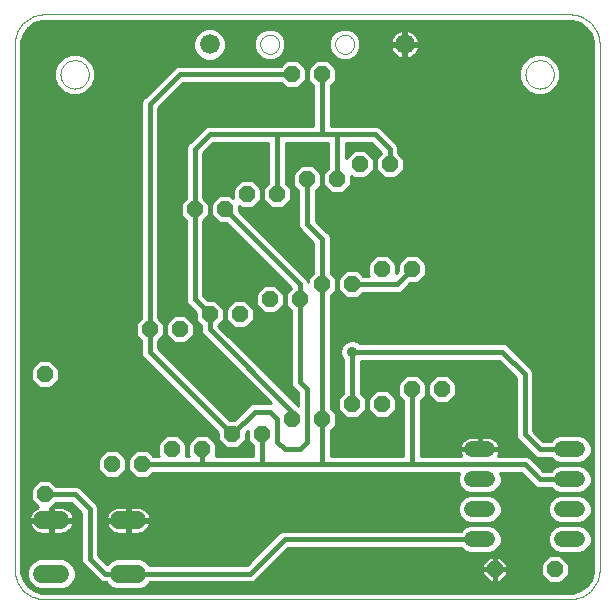
<source format=gtl>
G75*
G70*
%OFA0B0*%
%FSLAX24Y24*%
%IPPOS*%
%LPD*%
%AMOC8*
5,1,8,0,0,1.08239X$1,22.5*
%
%ADD10C,0.0000*%
%ADD11OC8,0.0520*%
%ADD12C,0.0520*%
%ADD13C,0.0600*%
%ADD14C,0.0660*%
%ADD15C,0.0160*%
%ADD16C,0.0357*%
%ADD17C,0.0100*%
D10*
X000655Y001655D02*
X000655Y019155D01*
X000657Y019215D01*
X000662Y019276D01*
X000671Y019335D01*
X000684Y019394D01*
X000700Y019453D01*
X000720Y019510D01*
X000743Y019565D01*
X000770Y019620D01*
X000799Y019672D01*
X000832Y019723D01*
X000868Y019772D01*
X000906Y019818D01*
X000948Y019862D01*
X000992Y019904D01*
X001038Y019942D01*
X001087Y019978D01*
X001138Y020011D01*
X001190Y020040D01*
X001245Y020067D01*
X001300Y020090D01*
X001357Y020110D01*
X001416Y020126D01*
X001475Y020139D01*
X001534Y020148D01*
X001595Y020153D01*
X001655Y020155D01*
X019155Y020155D01*
X019215Y020153D01*
X019276Y020148D01*
X019335Y020139D01*
X019394Y020126D01*
X019453Y020110D01*
X019510Y020090D01*
X019565Y020067D01*
X019620Y020040D01*
X019672Y020011D01*
X019723Y019978D01*
X019772Y019942D01*
X019818Y019904D01*
X019862Y019862D01*
X019904Y019818D01*
X019942Y019772D01*
X019978Y019723D01*
X020011Y019672D01*
X020040Y019620D01*
X020067Y019565D01*
X020090Y019510D01*
X020110Y019453D01*
X020126Y019394D01*
X020139Y019335D01*
X020148Y019276D01*
X020153Y019215D01*
X020155Y019155D01*
X020155Y001655D01*
X020153Y001595D01*
X020148Y001534D01*
X020139Y001475D01*
X020126Y001416D01*
X020110Y001357D01*
X020090Y001300D01*
X020067Y001245D01*
X020040Y001190D01*
X020011Y001138D01*
X019978Y001087D01*
X019942Y001038D01*
X019904Y000992D01*
X019862Y000948D01*
X019818Y000906D01*
X019772Y000868D01*
X019723Y000832D01*
X019672Y000799D01*
X019620Y000770D01*
X019565Y000743D01*
X019510Y000720D01*
X019453Y000700D01*
X019394Y000684D01*
X019335Y000671D01*
X019276Y000662D01*
X019215Y000657D01*
X019155Y000655D01*
X001655Y000655D01*
X001595Y000657D01*
X001534Y000662D01*
X001475Y000671D01*
X001416Y000684D01*
X001357Y000700D01*
X001300Y000720D01*
X001245Y000743D01*
X001190Y000770D01*
X001138Y000799D01*
X001087Y000832D01*
X001038Y000868D01*
X000992Y000906D01*
X000948Y000948D01*
X000906Y000992D01*
X000868Y001038D01*
X000832Y001087D01*
X000799Y001138D01*
X000770Y001190D01*
X000743Y001245D01*
X000720Y001300D01*
X000700Y001357D01*
X000684Y001416D01*
X000671Y001475D01*
X000662Y001534D01*
X000657Y001595D01*
X000655Y001655D01*
X002183Y018155D02*
X002185Y018198D01*
X002191Y018240D01*
X002201Y018282D01*
X002214Y018323D01*
X002231Y018363D01*
X002252Y018400D01*
X002276Y018436D01*
X002303Y018469D01*
X002333Y018500D01*
X002366Y018528D01*
X002401Y018553D01*
X002438Y018574D01*
X002477Y018592D01*
X002517Y018606D01*
X002559Y018617D01*
X002601Y018624D01*
X002644Y018627D01*
X002687Y018626D01*
X002730Y018621D01*
X002772Y018612D01*
X002813Y018600D01*
X002853Y018584D01*
X002891Y018564D01*
X002927Y018541D01*
X002961Y018514D01*
X002993Y018485D01*
X003021Y018453D01*
X003047Y018418D01*
X003069Y018382D01*
X003088Y018343D01*
X003103Y018303D01*
X003115Y018262D01*
X003123Y018219D01*
X003127Y018176D01*
X003127Y018134D01*
X003123Y018091D01*
X003115Y018048D01*
X003103Y018007D01*
X003088Y017967D01*
X003069Y017928D01*
X003047Y017892D01*
X003021Y017857D01*
X002993Y017825D01*
X002961Y017796D01*
X002927Y017769D01*
X002891Y017746D01*
X002853Y017726D01*
X002813Y017710D01*
X002772Y017698D01*
X002730Y017689D01*
X002687Y017684D01*
X002644Y017683D01*
X002601Y017686D01*
X002559Y017693D01*
X002517Y017704D01*
X002477Y017718D01*
X002438Y017736D01*
X002401Y017757D01*
X002366Y017782D01*
X002333Y017810D01*
X002303Y017841D01*
X002276Y017874D01*
X002252Y017910D01*
X002231Y017947D01*
X002214Y017987D01*
X002201Y018028D01*
X002191Y018070D01*
X002185Y018112D01*
X002183Y018155D01*
X008840Y019155D02*
X008842Y019190D01*
X008848Y019225D01*
X008858Y019259D01*
X008871Y019292D01*
X008888Y019323D01*
X008909Y019351D01*
X008932Y019378D01*
X008959Y019401D01*
X008987Y019422D01*
X009018Y019439D01*
X009051Y019452D01*
X009085Y019462D01*
X009120Y019468D01*
X009155Y019470D01*
X009190Y019468D01*
X009225Y019462D01*
X009259Y019452D01*
X009292Y019439D01*
X009323Y019422D01*
X009351Y019401D01*
X009378Y019378D01*
X009401Y019351D01*
X009422Y019323D01*
X009439Y019292D01*
X009452Y019259D01*
X009462Y019225D01*
X009468Y019190D01*
X009470Y019155D01*
X009468Y019120D01*
X009462Y019085D01*
X009452Y019051D01*
X009439Y019018D01*
X009422Y018987D01*
X009401Y018959D01*
X009378Y018932D01*
X009351Y018909D01*
X009323Y018888D01*
X009292Y018871D01*
X009259Y018858D01*
X009225Y018848D01*
X009190Y018842D01*
X009155Y018840D01*
X009120Y018842D01*
X009085Y018848D01*
X009051Y018858D01*
X009018Y018871D01*
X008987Y018888D01*
X008959Y018909D01*
X008932Y018932D01*
X008909Y018959D01*
X008888Y018987D01*
X008871Y019018D01*
X008858Y019051D01*
X008848Y019085D01*
X008842Y019120D01*
X008840Y019155D01*
X011340Y019155D02*
X011342Y019190D01*
X011348Y019225D01*
X011358Y019259D01*
X011371Y019292D01*
X011388Y019323D01*
X011409Y019351D01*
X011432Y019378D01*
X011459Y019401D01*
X011487Y019422D01*
X011518Y019439D01*
X011551Y019452D01*
X011585Y019462D01*
X011620Y019468D01*
X011655Y019470D01*
X011690Y019468D01*
X011725Y019462D01*
X011759Y019452D01*
X011792Y019439D01*
X011823Y019422D01*
X011851Y019401D01*
X011878Y019378D01*
X011901Y019351D01*
X011922Y019323D01*
X011939Y019292D01*
X011952Y019259D01*
X011962Y019225D01*
X011968Y019190D01*
X011970Y019155D01*
X011968Y019120D01*
X011962Y019085D01*
X011952Y019051D01*
X011939Y019018D01*
X011922Y018987D01*
X011901Y018959D01*
X011878Y018932D01*
X011851Y018909D01*
X011823Y018888D01*
X011792Y018871D01*
X011759Y018858D01*
X011725Y018848D01*
X011690Y018842D01*
X011655Y018840D01*
X011620Y018842D01*
X011585Y018848D01*
X011551Y018858D01*
X011518Y018871D01*
X011487Y018888D01*
X011459Y018909D01*
X011432Y018932D01*
X011409Y018959D01*
X011388Y018987D01*
X011371Y019018D01*
X011358Y019051D01*
X011348Y019085D01*
X011342Y019120D01*
X011340Y019155D01*
X017683Y018155D02*
X017685Y018198D01*
X017691Y018240D01*
X017701Y018282D01*
X017714Y018323D01*
X017731Y018363D01*
X017752Y018400D01*
X017776Y018436D01*
X017803Y018469D01*
X017833Y018500D01*
X017866Y018528D01*
X017901Y018553D01*
X017938Y018574D01*
X017977Y018592D01*
X018017Y018606D01*
X018059Y018617D01*
X018101Y018624D01*
X018144Y018627D01*
X018187Y018626D01*
X018230Y018621D01*
X018272Y018612D01*
X018313Y018600D01*
X018353Y018584D01*
X018391Y018564D01*
X018427Y018541D01*
X018461Y018514D01*
X018493Y018485D01*
X018521Y018453D01*
X018547Y018418D01*
X018569Y018382D01*
X018588Y018343D01*
X018603Y018303D01*
X018615Y018262D01*
X018623Y018219D01*
X018627Y018176D01*
X018627Y018134D01*
X018623Y018091D01*
X018615Y018048D01*
X018603Y018007D01*
X018588Y017967D01*
X018569Y017928D01*
X018547Y017892D01*
X018521Y017857D01*
X018493Y017825D01*
X018461Y017796D01*
X018427Y017769D01*
X018391Y017746D01*
X018353Y017726D01*
X018313Y017710D01*
X018272Y017698D01*
X018230Y017689D01*
X018187Y017684D01*
X018144Y017683D01*
X018101Y017686D01*
X018059Y017693D01*
X018017Y017704D01*
X017977Y017718D01*
X017938Y017736D01*
X017901Y017757D01*
X017866Y017782D01*
X017833Y017810D01*
X017803Y017841D01*
X017776Y017874D01*
X017752Y017910D01*
X017731Y017947D01*
X017714Y017987D01*
X017701Y018028D01*
X017691Y018070D01*
X017685Y018112D01*
X017683Y018155D01*
D11*
X013155Y015155D03*
X012155Y015155D03*
X011405Y014655D03*
X010405Y014655D03*
X009405Y014155D03*
X008405Y014155D03*
X007655Y013655D03*
X006655Y013655D03*
X009155Y010655D03*
X008155Y010155D03*
X007155Y010155D03*
X006155Y009655D03*
X005155Y009655D03*
X001655Y008155D03*
X003905Y005155D03*
X004905Y005155D03*
X005905Y005655D03*
X006905Y005655D03*
X007905Y006155D03*
X008905Y006155D03*
X009905Y006655D03*
X010905Y006655D03*
X011905Y007155D03*
X012905Y007155D03*
X013905Y007655D03*
X014905Y007655D03*
X011905Y011155D03*
X010905Y011155D03*
X010155Y010655D03*
X012905Y011655D03*
X013905Y011655D03*
X010905Y018155D03*
X009905Y018155D03*
X001655Y004155D03*
X016655Y001655D03*
X018655Y001655D03*
D12*
X018895Y002655D02*
X019415Y002655D01*
X019415Y003655D02*
X018895Y003655D01*
X018895Y004655D02*
X019415Y004655D01*
X019415Y005655D02*
X018895Y005655D01*
X016415Y005655D02*
X015895Y005655D01*
X015895Y004655D02*
X016415Y004655D01*
X016415Y003655D02*
X015895Y003655D01*
X015895Y002655D02*
X016415Y002655D01*
D13*
X004735Y003295D02*
X004135Y003295D01*
X004135Y001515D02*
X004735Y001515D01*
X002175Y001515D02*
X001575Y001515D01*
X001575Y003295D02*
X002175Y003295D01*
D14*
X007155Y019155D03*
X013655Y019155D03*
D15*
X010905Y018155D02*
X010905Y016155D01*
X011405Y016155D01*
X011405Y014655D01*
X010405Y014655D02*
X010405Y013155D01*
X010905Y012655D01*
X010905Y011155D01*
X010905Y006655D01*
X010905Y005155D01*
X013905Y005155D01*
X017655Y005155D01*
X018155Y004655D01*
X019155Y004655D01*
X019155Y005655D02*
X018155Y005655D01*
X017655Y006155D01*
X017655Y008155D01*
X016905Y008905D01*
X011905Y008905D01*
X011905Y007155D01*
X010405Y007655D02*
X010405Y005905D01*
X010155Y005655D01*
X009655Y005655D01*
X009405Y005905D01*
X009405Y006655D01*
X009155Y006905D01*
X008655Y006905D01*
X007905Y006155D01*
X005155Y008905D01*
X005155Y009655D01*
X005155Y017155D01*
X006155Y018155D01*
X009905Y018155D01*
X009405Y016155D02*
X009405Y014155D01*
X007655Y013655D02*
X010155Y011155D01*
X010155Y010655D01*
X010155Y007905D01*
X010405Y007655D01*
X009905Y006905D02*
X009905Y006655D01*
X009905Y006905D02*
X007155Y009655D01*
X007155Y010155D01*
X006655Y010655D01*
X006655Y013655D01*
X006655Y015655D01*
X007155Y016155D01*
X009405Y016155D01*
X010905Y016155D01*
X011405Y016155D02*
X012655Y016155D01*
X013155Y015655D01*
X013155Y015155D01*
X013905Y011655D02*
X013405Y011155D01*
X011905Y011155D01*
X013905Y007655D02*
X013905Y005155D01*
X016155Y002655D02*
X009655Y002655D01*
X008515Y001515D01*
X004435Y001515D01*
X003655Y001515D01*
X003155Y002015D01*
X003155Y003655D01*
X002655Y004155D01*
X001655Y004155D01*
X004905Y005155D02*
X006905Y005155D01*
X006905Y005655D01*
X006905Y005155D02*
X008905Y005155D01*
X008905Y006155D01*
X008905Y005155D02*
X010905Y005155D01*
D16*
X011905Y008905D03*
D17*
X001096Y001096D02*
X000951Y001296D01*
X000875Y001532D01*
X000865Y001655D01*
X000865Y001725D01*
X000865Y001742D01*
X000865Y019155D01*
X000875Y019279D01*
X000951Y019514D01*
X001096Y019714D01*
X001296Y019859D01*
X001532Y019935D01*
X001655Y019945D01*
X001717Y019945D01*
X001742Y019945D01*
X019155Y019945D01*
X019279Y019935D01*
X019514Y019859D01*
X019714Y019714D01*
X019859Y019514D01*
X019935Y019279D01*
X019945Y019155D01*
X019945Y019119D01*
X019945Y019068D01*
X019945Y001655D01*
X019935Y001531D01*
X019859Y001296D01*
X019714Y001096D01*
X019514Y000951D01*
X019279Y000875D01*
X019155Y000865D01*
X001655Y000865D01*
X001532Y000875D01*
X001296Y000951D01*
X001096Y001096D01*
X001059Y001148D02*
X001221Y001148D01*
X001286Y001083D02*
X001143Y001226D01*
X001065Y001414D01*
X001065Y001617D01*
X001143Y001804D01*
X001286Y001947D01*
X001474Y002025D01*
X002277Y002025D01*
X002464Y001947D01*
X002607Y001804D01*
X002685Y001617D01*
X002685Y001414D01*
X002607Y001226D01*
X002464Y001083D01*
X002277Y001005D01*
X001474Y001005D01*
X001286Y001083D01*
X001367Y001049D02*
X001161Y001049D01*
X001298Y000951D02*
X019512Y000951D01*
X019649Y001049D02*
X004943Y001049D01*
X005024Y001083D02*
X004837Y001005D01*
X004034Y001005D01*
X003846Y001083D01*
X003704Y001225D01*
X003597Y001225D01*
X003491Y001269D01*
X003409Y001351D01*
X002909Y001851D01*
X002865Y001957D01*
X002865Y002073D01*
X002865Y003535D01*
X002535Y003865D01*
X002030Y003865D01*
X001850Y003685D01*
X001825Y003685D01*
X001825Y003345D01*
X001825Y003245D01*
X001925Y003245D01*
X001925Y002845D01*
X002211Y002845D01*
X002280Y002856D01*
X002348Y002878D01*
X002411Y002910D01*
X002468Y002952D01*
X002518Y003002D01*
X002560Y003059D01*
X002592Y003122D01*
X002614Y003190D01*
X002623Y003245D01*
X001925Y003245D01*
X001925Y003345D01*
X001825Y003345D01*
X001127Y003345D01*
X001136Y003400D01*
X001158Y003468D01*
X001190Y003531D01*
X001232Y003588D01*
X001282Y003638D01*
X001339Y003680D01*
X001402Y003712D01*
X001426Y003720D01*
X001185Y003960D01*
X001185Y004350D01*
X001460Y004625D01*
X001850Y004625D01*
X002030Y004445D01*
X002597Y004445D01*
X002713Y004445D01*
X002819Y004401D01*
X003319Y003901D01*
X003401Y003819D01*
X003445Y003713D01*
X003445Y002135D01*
X003740Y001841D01*
X003846Y001947D01*
X004034Y002025D01*
X004837Y002025D01*
X005024Y001947D01*
X005166Y001805D01*
X008395Y001805D01*
X009409Y002819D01*
X009491Y002901D01*
X009597Y002945D01*
X015520Y002945D01*
X015629Y003054D01*
X015802Y003125D01*
X016509Y003125D01*
X016681Y003054D01*
X016814Y002921D01*
X016885Y002749D01*
X016885Y002562D01*
X016814Y002389D01*
X016681Y002257D01*
X016509Y002185D01*
X015802Y002185D01*
X015629Y002257D01*
X015520Y002365D01*
X009775Y002365D01*
X008679Y001269D01*
X008573Y001225D01*
X008457Y001225D01*
X005166Y001225D01*
X005024Y001083D01*
X005089Y001148D02*
X019751Y001148D01*
X019823Y001246D02*
X018911Y001246D01*
X018850Y001185D02*
X019125Y001460D01*
X019125Y001850D01*
X018850Y002125D01*
X018460Y002125D01*
X018185Y001850D01*
X018185Y001460D01*
X018460Y001185D01*
X018850Y001185D01*
X019010Y001345D02*
X019875Y001345D01*
X019907Y001443D02*
X019108Y001443D01*
X019125Y001542D02*
X019936Y001542D01*
X019944Y001641D02*
X019125Y001641D01*
X019125Y001739D02*
X019945Y001739D01*
X019945Y001838D02*
X019125Y001838D01*
X019039Y001936D02*
X019945Y001936D01*
X019945Y002035D02*
X018940Y002035D01*
X018802Y002185D02*
X019509Y002185D01*
X019681Y002257D01*
X019814Y002389D01*
X019885Y002562D01*
X019885Y002749D01*
X019814Y002921D01*
X019681Y003054D01*
X019509Y003125D01*
X018802Y003125D01*
X018629Y003054D01*
X018497Y002921D01*
X018425Y002749D01*
X018425Y002562D01*
X018497Y002389D01*
X018629Y002257D01*
X018802Y002185D01*
X018689Y002232D02*
X016621Y002232D01*
X016755Y002330D02*
X018555Y002330D01*
X018480Y002429D02*
X016830Y002429D01*
X016871Y002527D02*
X018439Y002527D01*
X018425Y002626D02*
X016885Y002626D01*
X016885Y002725D02*
X018425Y002725D01*
X018456Y002823D02*
X016854Y002823D01*
X016813Y002922D02*
X018497Y002922D01*
X018595Y003020D02*
X016715Y003020D01*
X016524Y003119D02*
X018786Y003119D01*
X018802Y003185D02*
X018629Y003257D01*
X018497Y003389D01*
X018425Y003562D01*
X018425Y003749D01*
X018497Y003921D01*
X018629Y004054D01*
X018802Y004125D01*
X019509Y004125D01*
X019681Y004054D01*
X019814Y003921D01*
X019885Y003749D01*
X019885Y003562D01*
X019814Y003389D01*
X019681Y003257D01*
X019509Y003185D01*
X018802Y003185D01*
X018724Y003217D02*
X016586Y003217D01*
X016509Y003185D02*
X016681Y003257D01*
X016814Y003389D01*
X016885Y003562D01*
X016885Y003749D01*
X016814Y003921D01*
X016681Y004054D01*
X016509Y004125D01*
X015802Y004125D01*
X015629Y004054D01*
X015497Y003921D01*
X015425Y003749D01*
X015425Y003562D01*
X015497Y003389D01*
X015629Y003257D01*
X015802Y003185D01*
X016509Y003185D01*
X016740Y003316D02*
X018570Y003316D01*
X018486Y003414D02*
X016824Y003414D01*
X016865Y003513D02*
X018445Y003513D01*
X018425Y003611D02*
X016885Y003611D01*
X016885Y003710D02*
X018425Y003710D01*
X018450Y003809D02*
X016860Y003809D01*
X016819Y003907D02*
X018491Y003907D01*
X018581Y004006D02*
X016729Y004006D01*
X016559Y004104D02*
X018751Y004104D01*
X018802Y004185D02*
X018629Y004257D01*
X018520Y004365D01*
X018213Y004365D01*
X018097Y004365D01*
X017991Y004409D01*
X017535Y004865D01*
X016837Y004865D01*
X016885Y004749D01*
X016885Y004562D01*
X016814Y004389D01*
X016681Y004257D01*
X016509Y004185D01*
X015802Y004185D01*
X015629Y004257D01*
X015497Y004389D01*
X015425Y004562D01*
X015425Y004749D01*
X015473Y004865D01*
X013847Y004865D01*
X010963Y004865D01*
X010847Y004865D01*
X008963Y004865D01*
X008847Y004865D01*
X006963Y004865D01*
X006847Y004865D01*
X005280Y004865D01*
X005100Y004685D01*
X004710Y004685D01*
X004435Y004960D01*
X004435Y005350D01*
X004710Y005625D01*
X005100Y005625D01*
X005280Y005445D01*
X005451Y005445D01*
X005435Y005460D01*
X005435Y005850D01*
X005710Y006125D01*
X006100Y006125D01*
X006375Y005850D01*
X006375Y005460D01*
X006360Y005445D01*
X006451Y005445D01*
X006435Y005460D01*
X006435Y005850D01*
X006710Y006125D01*
X007100Y006125D01*
X007375Y005850D01*
X007375Y005460D01*
X007360Y005445D01*
X008615Y005445D01*
X008615Y005780D01*
X008435Y005960D01*
X008435Y006275D01*
X008375Y006215D01*
X008375Y005960D01*
X008100Y005685D01*
X007710Y005685D01*
X007435Y005960D01*
X007435Y006215D01*
X004909Y008741D01*
X004865Y008847D01*
X004865Y008963D01*
X004865Y009280D01*
X004685Y009460D01*
X004685Y009850D01*
X004865Y010030D01*
X004865Y017213D01*
X004909Y017319D01*
X004991Y017401D01*
X005991Y018401D01*
X006097Y018445D01*
X006213Y018445D01*
X009530Y018445D01*
X009710Y018625D01*
X010100Y018625D01*
X010375Y018350D01*
X010375Y017960D01*
X010100Y017685D01*
X009710Y017685D01*
X009530Y017865D01*
X006275Y017865D01*
X005445Y017035D01*
X005445Y010030D01*
X005625Y009850D01*
X005625Y009460D01*
X005445Y009280D01*
X005445Y009025D01*
X007845Y006625D01*
X007965Y006625D01*
X008491Y007151D01*
X008597Y007195D01*
X008713Y007195D01*
X009205Y007195D01*
X006909Y009491D01*
X006865Y009597D01*
X006865Y009713D01*
X006865Y009780D01*
X006685Y009960D01*
X006685Y010215D01*
X006409Y010491D01*
X006365Y010597D01*
X006365Y010713D01*
X006365Y013280D01*
X006185Y013460D01*
X006185Y013850D01*
X006365Y014030D01*
X006365Y015713D01*
X006409Y015819D01*
X006491Y015901D01*
X006991Y016401D01*
X007097Y016445D01*
X007213Y016445D01*
X009347Y016445D01*
X009463Y016445D01*
X010615Y016445D01*
X010615Y017780D01*
X010435Y017960D01*
X010435Y018350D01*
X010710Y018625D01*
X011100Y018625D01*
X011375Y018350D01*
X011375Y017960D01*
X011195Y017780D01*
X011195Y016445D01*
X011347Y016445D01*
X011463Y016445D01*
X012713Y016445D01*
X012819Y016401D01*
X012901Y016319D01*
X012901Y016319D01*
X013401Y015819D01*
X013445Y015713D01*
X013445Y015597D01*
X013445Y015530D01*
X013625Y015350D01*
X013625Y014960D01*
X013350Y014685D01*
X012960Y014685D01*
X012685Y014960D01*
X012685Y015350D01*
X012865Y015530D01*
X012865Y015535D01*
X012535Y015865D01*
X011695Y015865D01*
X011695Y015360D01*
X011960Y015625D01*
X012350Y015625D01*
X012625Y015350D01*
X012625Y014960D01*
X012350Y014685D01*
X011960Y014685D01*
X011875Y014771D01*
X011875Y014460D01*
X011600Y014185D01*
X011210Y014185D01*
X010935Y014460D01*
X010935Y014850D01*
X011115Y015030D01*
X011115Y015865D01*
X010963Y015865D01*
X010847Y015865D01*
X009695Y015865D01*
X009695Y014530D01*
X009875Y014350D01*
X009875Y013960D01*
X009600Y013685D01*
X009210Y013685D01*
X008935Y013960D01*
X008935Y014350D01*
X009115Y014530D01*
X009115Y015865D01*
X007275Y015865D01*
X006945Y015535D01*
X006945Y014030D01*
X007125Y013850D01*
X007125Y013460D01*
X006945Y013280D01*
X006945Y010775D01*
X007095Y010625D01*
X007350Y010625D01*
X007625Y010350D01*
X007625Y009960D01*
X007445Y009780D01*
X007445Y009775D01*
X010069Y007151D01*
X010095Y007125D01*
X010100Y007125D01*
X010115Y007110D01*
X010115Y007535D01*
X009909Y007741D01*
X009865Y007847D01*
X009865Y007963D01*
X009865Y010280D01*
X009685Y010460D01*
X009685Y010850D01*
X009865Y011030D01*
X009865Y011035D01*
X007715Y013185D01*
X007460Y013185D01*
X007185Y013460D01*
X007185Y013850D01*
X007460Y014125D01*
X007850Y014125D01*
X007935Y014040D01*
X007935Y014350D01*
X008210Y014625D01*
X008600Y014625D01*
X008875Y014350D01*
X008875Y013960D01*
X008600Y013685D01*
X008210Y013685D01*
X008125Y013771D01*
X008125Y013595D01*
X010319Y011401D01*
X010401Y011319D01*
X010435Y011237D01*
X010435Y011350D01*
X010615Y011530D01*
X010615Y012535D01*
X010159Y012991D01*
X010115Y013097D01*
X010115Y013213D01*
X010115Y014280D01*
X009935Y014460D01*
X009935Y014850D01*
X010210Y015125D01*
X010600Y015125D01*
X010875Y014850D01*
X010875Y014460D01*
X010695Y014280D01*
X010695Y013275D01*
X011069Y012901D01*
X011151Y012819D01*
X011195Y012713D01*
X011195Y011530D01*
X011375Y011350D01*
X011375Y010960D01*
X011195Y010780D01*
X011195Y007030D01*
X011375Y006850D01*
X011375Y006460D01*
X011195Y006280D01*
X011195Y005445D01*
X013615Y005445D01*
X013615Y007280D01*
X013435Y007460D01*
X013435Y007850D01*
X013710Y008125D01*
X014100Y008125D01*
X014375Y007850D01*
X014375Y007460D01*
X014195Y007280D01*
X014195Y005445D01*
X015542Y005445D01*
X015515Y005498D01*
X015495Y005559D01*
X015485Y005623D01*
X015485Y005625D01*
X016125Y005625D01*
X016125Y005685D01*
X015485Y005685D01*
X015485Y005687D01*
X015495Y005751D01*
X015515Y005812D01*
X015544Y005870D01*
X015582Y005922D01*
X015628Y005968D01*
X015680Y006006D01*
X015738Y006035D01*
X015799Y006055D01*
X015863Y006065D01*
X016125Y006065D01*
X016125Y005685D01*
X016185Y005685D01*
X016185Y006065D01*
X016447Y006065D01*
X016511Y006055D01*
X016572Y006035D01*
X016630Y006006D01*
X016682Y005968D01*
X016728Y005922D01*
X016766Y005870D01*
X016795Y005812D01*
X016815Y005751D01*
X016825Y005687D01*
X016825Y005685D01*
X016185Y005685D01*
X016185Y005625D01*
X016825Y005625D01*
X016825Y005623D01*
X016815Y005559D01*
X016795Y005498D01*
X016768Y005445D01*
X017713Y005445D01*
X017819Y005401D01*
X017901Y005319D01*
X018275Y004945D01*
X018520Y004945D01*
X018629Y005054D01*
X018802Y005125D01*
X019509Y005125D01*
X019681Y005054D01*
X019814Y004921D01*
X019885Y004749D01*
X019885Y004562D01*
X019814Y004389D01*
X019681Y004257D01*
X019509Y004185D01*
X018802Y004185D01*
X018759Y004203D02*
X016551Y004203D01*
X016726Y004301D02*
X018584Y004301D01*
X018014Y004400D02*
X016818Y004400D01*
X016859Y004498D02*
X017902Y004498D01*
X017803Y004597D02*
X016885Y004597D01*
X016885Y004695D02*
X017705Y004695D01*
X017606Y004794D02*
X016866Y004794D01*
X016788Y005484D02*
X017916Y005484D01*
X017991Y005409D02*
X018097Y005365D01*
X018213Y005365D01*
X018520Y005365D01*
X018629Y005257D01*
X018802Y005185D01*
X019509Y005185D01*
X019681Y005257D01*
X019814Y005389D01*
X019885Y005562D01*
X019885Y005749D01*
X019814Y005921D01*
X019681Y006054D01*
X019509Y006125D01*
X018802Y006125D01*
X018629Y006054D01*
X018520Y005945D01*
X018275Y005945D01*
X017945Y006275D01*
X017945Y008097D01*
X017945Y008213D01*
X017901Y008319D01*
X017151Y009069D01*
X017069Y009151D01*
X016963Y009195D01*
X012164Y009195D01*
X012125Y009234D01*
X011982Y009294D01*
X011828Y009294D01*
X011685Y009234D01*
X011576Y009125D01*
X011517Y008982D01*
X011517Y008828D01*
X011576Y008685D01*
X011615Y008646D01*
X011615Y007530D01*
X011435Y007350D01*
X011435Y006960D01*
X011710Y006685D01*
X012100Y006685D01*
X012375Y006960D01*
X012375Y007350D01*
X012195Y007530D01*
X012195Y008615D01*
X016785Y008615D01*
X017365Y008035D01*
X017365Y006097D01*
X017409Y005991D01*
X017491Y005909D01*
X017991Y005409D01*
X018049Y005385D02*
X017835Y005385D01*
X017934Y005287D02*
X018599Y005287D01*
X018794Y005188D02*
X018032Y005188D01*
X018131Y005090D02*
X018716Y005090D01*
X018566Y004991D02*
X018229Y004991D01*
X017818Y005582D02*
X016819Y005582D01*
X016806Y005779D02*
X017621Y005779D01*
X017719Y005681D02*
X016185Y005681D01*
X016125Y005681D02*
X014195Y005681D01*
X014195Y005779D02*
X015504Y005779D01*
X015550Y005878D02*
X014195Y005878D01*
X014195Y005976D02*
X015640Y005976D01*
X015491Y005582D02*
X014195Y005582D01*
X014195Y005484D02*
X015522Y005484D01*
X016125Y005779D02*
X016185Y005779D01*
X016185Y005878D02*
X016125Y005878D01*
X016125Y005976D02*
X016185Y005976D01*
X016670Y005976D02*
X017424Y005976D01*
X017374Y006075D02*
X014195Y006075D01*
X014195Y006174D02*
X017365Y006174D01*
X017365Y006272D02*
X014195Y006272D01*
X014195Y006371D02*
X017365Y006371D01*
X017365Y006469D02*
X014195Y006469D01*
X014195Y006568D02*
X017365Y006568D01*
X017365Y006666D02*
X014195Y006666D01*
X014195Y006765D02*
X017365Y006765D01*
X017365Y006863D02*
X014195Y006863D01*
X014195Y006962D02*
X017365Y006962D01*
X017365Y007060D02*
X014195Y007060D01*
X014195Y007159D02*
X017365Y007159D01*
X017365Y007258D02*
X015172Y007258D01*
X015100Y007185D02*
X015375Y007460D01*
X015375Y007850D01*
X015100Y008125D01*
X014710Y008125D01*
X014435Y007850D01*
X014435Y007460D01*
X014710Y007185D01*
X015100Y007185D01*
X015271Y007356D02*
X017365Y007356D01*
X017365Y007455D02*
X015369Y007455D01*
X015375Y007553D02*
X017365Y007553D01*
X017365Y007652D02*
X015375Y007652D01*
X015375Y007750D02*
X017365Y007750D01*
X017365Y007849D02*
X015375Y007849D01*
X015278Y007947D02*
X017365Y007947D01*
X017354Y008046D02*
X015179Y008046D01*
X014631Y008046D02*
X014179Y008046D01*
X014278Y007947D02*
X014533Y007947D01*
X014435Y007849D02*
X014375Y007849D01*
X014375Y007750D02*
X014435Y007750D01*
X014435Y007652D02*
X014375Y007652D01*
X014375Y007553D02*
X014435Y007553D01*
X014441Y007455D02*
X014369Y007455D01*
X014271Y007356D02*
X014539Y007356D01*
X014638Y007258D02*
X014195Y007258D01*
X013615Y007258D02*
X013375Y007258D01*
X013375Y007350D02*
X013375Y006960D01*
X013100Y006685D01*
X012710Y006685D01*
X012435Y006960D01*
X012435Y007350D01*
X012710Y007625D01*
X013100Y007625D01*
X013375Y007350D01*
X013369Y007356D02*
X013539Y007356D01*
X013441Y007455D02*
X013270Y007455D01*
X013172Y007553D02*
X013435Y007553D01*
X013435Y007652D02*
X012195Y007652D01*
X012195Y007750D02*
X013435Y007750D01*
X013435Y007849D02*
X012195Y007849D01*
X012195Y007947D02*
X013533Y007947D01*
X013631Y008046D02*
X012195Y008046D01*
X012195Y008144D02*
X017256Y008144D01*
X017157Y008243D02*
X012195Y008243D01*
X012195Y008341D02*
X017059Y008341D01*
X016960Y008440D02*
X012195Y008440D01*
X012195Y008539D02*
X016861Y008539D01*
X017288Y008933D02*
X019945Y008933D01*
X019945Y009031D02*
X017189Y009031D01*
X017090Y009130D02*
X019945Y009130D01*
X019945Y009228D02*
X012131Y009228D01*
X011679Y009228D02*
X011195Y009228D01*
X011195Y009130D02*
X011581Y009130D01*
X011537Y009031D02*
X011195Y009031D01*
X011195Y008933D02*
X011517Y008933D01*
X011517Y008834D02*
X011195Y008834D01*
X011195Y008736D02*
X011555Y008736D01*
X011615Y008637D02*
X011195Y008637D01*
X011195Y008539D02*
X011615Y008539D01*
X011615Y008440D02*
X011195Y008440D01*
X011195Y008341D02*
X011615Y008341D01*
X011615Y008243D02*
X011195Y008243D01*
X011195Y008144D02*
X011615Y008144D01*
X011615Y008046D02*
X011195Y008046D01*
X011195Y007947D02*
X011615Y007947D01*
X011615Y007849D02*
X011195Y007849D01*
X011195Y007750D02*
X011615Y007750D01*
X011615Y007652D02*
X011195Y007652D01*
X011195Y007553D02*
X011615Y007553D01*
X011540Y007455D02*
X011195Y007455D01*
X011195Y007356D02*
X011441Y007356D01*
X011435Y007258D02*
X011195Y007258D01*
X011195Y007159D02*
X011435Y007159D01*
X011435Y007060D02*
X011195Y007060D01*
X011263Y006962D02*
X011435Y006962D01*
X011361Y006863D02*
X011532Y006863D01*
X011631Y006765D02*
X011375Y006765D01*
X011375Y006666D02*
X013615Y006666D01*
X013615Y006568D02*
X011375Y006568D01*
X011375Y006469D02*
X013615Y006469D01*
X013615Y006371D02*
X011285Y006371D01*
X011195Y006272D02*
X013615Y006272D01*
X013615Y006174D02*
X011195Y006174D01*
X011195Y006075D02*
X013615Y006075D01*
X013615Y005976D02*
X011195Y005976D01*
X011195Y005878D02*
X013615Y005878D01*
X013615Y005779D02*
X011195Y005779D01*
X011195Y005681D02*
X013615Y005681D01*
X013615Y005582D02*
X011195Y005582D01*
X011195Y005484D02*
X013615Y005484D01*
X013615Y006765D02*
X013179Y006765D01*
X013278Y006863D02*
X013615Y006863D01*
X013615Y006962D02*
X013375Y006962D01*
X013375Y007060D02*
X013615Y007060D01*
X013615Y007159D02*
X013375Y007159D01*
X012639Y007553D02*
X012195Y007553D01*
X012270Y007455D02*
X012540Y007455D01*
X012441Y007356D02*
X012369Y007356D01*
X012375Y007258D02*
X012435Y007258D01*
X012435Y007159D02*
X012375Y007159D01*
X012375Y007060D02*
X012435Y007060D01*
X012435Y006962D02*
X012375Y006962D01*
X012278Y006863D02*
X012532Y006863D01*
X012631Y006765D02*
X012179Y006765D01*
X010115Y007159D02*
X010061Y007159D01*
X010115Y007258D02*
X009963Y007258D01*
X009864Y007356D02*
X010115Y007356D01*
X010115Y007455D02*
X009766Y007455D01*
X009667Y007553D02*
X010097Y007553D01*
X009998Y007652D02*
X009569Y007652D01*
X009470Y007750D02*
X009905Y007750D01*
X009865Y007849D02*
X009372Y007849D01*
X009273Y007947D02*
X009865Y007947D01*
X009865Y008046D02*
X009174Y008046D01*
X009076Y008144D02*
X009865Y008144D01*
X009865Y008243D02*
X008977Y008243D01*
X008879Y008341D02*
X009865Y008341D01*
X009865Y008440D02*
X008780Y008440D01*
X008682Y008539D02*
X009865Y008539D01*
X009865Y008637D02*
X008583Y008637D01*
X008485Y008736D02*
X009865Y008736D01*
X009865Y008834D02*
X008386Y008834D01*
X008288Y008933D02*
X009865Y008933D01*
X009865Y009031D02*
X008189Y009031D01*
X008090Y009130D02*
X009865Y009130D01*
X009865Y009228D02*
X007992Y009228D01*
X007893Y009327D02*
X009865Y009327D01*
X009865Y009425D02*
X007795Y009425D01*
X007696Y009524D02*
X009865Y009524D01*
X009865Y009623D02*
X007598Y009623D01*
X007499Y009721D02*
X007924Y009721D01*
X007960Y009685D02*
X008350Y009685D01*
X008625Y009960D01*
X008625Y010350D01*
X008350Y010625D01*
X007960Y010625D01*
X007685Y010350D01*
X007685Y009960D01*
X007960Y009685D01*
X007826Y009820D02*
X007484Y009820D01*
X007583Y009918D02*
X007727Y009918D01*
X007685Y010017D02*
X007625Y010017D01*
X007625Y010115D02*
X007685Y010115D01*
X007685Y010214D02*
X007625Y010214D01*
X007625Y010312D02*
X007685Y010312D01*
X007746Y010411D02*
X007564Y010411D01*
X007465Y010509D02*
X007845Y010509D01*
X007943Y010608D02*
X007367Y010608D01*
X007014Y010707D02*
X008685Y010707D01*
X008685Y010805D02*
X006945Y010805D01*
X006945Y010904D02*
X008739Y010904D01*
X008685Y010850D02*
X008685Y010460D01*
X008960Y010185D01*
X009350Y010185D01*
X009625Y010460D01*
X009625Y010850D01*
X009350Y011125D01*
X008960Y011125D01*
X008685Y010850D01*
X008838Y011002D02*
X006945Y011002D01*
X006945Y011101D02*
X008936Y011101D01*
X009307Y011593D02*
X006945Y011593D01*
X006945Y011495D02*
X009405Y011495D01*
X009504Y011396D02*
X006945Y011396D01*
X006945Y011298D02*
X009602Y011298D01*
X009701Y011199D02*
X006945Y011199D01*
X006945Y011692D02*
X009208Y011692D01*
X009110Y011791D02*
X006945Y011791D01*
X006945Y011889D02*
X009011Y011889D01*
X008912Y011988D02*
X006945Y011988D01*
X006945Y012086D02*
X008814Y012086D01*
X008715Y012185D02*
X006945Y012185D01*
X006945Y012283D02*
X008617Y012283D01*
X008518Y012382D02*
X006945Y012382D01*
X006945Y012480D02*
X008420Y012480D01*
X008321Y012579D02*
X006945Y012579D01*
X006945Y012677D02*
X008223Y012677D01*
X008124Y012776D02*
X006945Y012776D01*
X006945Y012874D02*
X008026Y012874D01*
X007927Y012973D02*
X006945Y012973D01*
X006945Y013072D02*
X007829Y013072D01*
X007730Y013170D02*
X006945Y013170D01*
X006945Y013269D02*
X007377Y013269D01*
X007278Y013367D02*
X007032Y013367D01*
X007125Y013466D02*
X007185Y013466D01*
X007185Y013564D02*
X007125Y013564D01*
X007125Y013663D02*
X007185Y013663D01*
X007185Y013761D02*
X007125Y013761D01*
X007115Y013860D02*
X007195Y013860D01*
X007294Y013958D02*
X007016Y013958D01*
X006945Y014057D02*
X007392Y014057D01*
X006945Y014156D02*
X007935Y014156D01*
X007935Y014254D02*
X006945Y014254D01*
X006945Y014353D02*
X007938Y014353D01*
X008037Y014451D02*
X006945Y014451D01*
X006945Y014550D02*
X008135Y014550D01*
X007935Y014057D02*
X007918Y014057D01*
X008125Y013761D02*
X008134Y013761D01*
X008125Y013663D02*
X010115Y013663D01*
X010115Y013761D02*
X009676Y013761D01*
X009775Y013860D02*
X010115Y013860D01*
X010115Y013958D02*
X009873Y013958D01*
X009875Y014057D02*
X010115Y014057D01*
X010115Y014156D02*
X009875Y014156D01*
X009875Y014254D02*
X010115Y014254D01*
X010043Y014353D02*
X009872Y014353D01*
X009944Y014451D02*
X009774Y014451D01*
X009695Y014550D02*
X009935Y014550D01*
X009935Y014648D02*
X009695Y014648D01*
X009695Y014747D02*
X009935Y014747D01*
X009935Y014845D02*
X009695Y014845D01*
X009695Y014944D02*
X010029Y014944D01*
X010128Y015042D02*
X009695Y015042D01*
X009695Y015141D02*
X011115Y015141D01*
X011115Y015042D02*
X010682Y015042D01*
X010781Y014944D02*
X011029Y014944D01*
X010935Y014845D02*
X010875Y014845D01*
X010875Y014747D02*
X010935Y014747D01*
X010935Y014648D02*
X010875Y014648D01*
X010875Y014550D02*
X010935Y014550D01*
X010944Y014451D02*
X010866Y014451D01*
X010767Y014353D02*
X011043Y014353D01*
X011141Y014254D02*
X010695Y014254D01*
X010695Y014156D02*
X019945Y014156D01*
X019945Y014254D02*
X011669Y014254D01*
X011767Y014353D02*
X019945Y014353D01*
X019945Y014451D02*
X011866Y014451D01*
X011875Y014550D02*
X019945Y014550D01*
X019945Y014648D02*
X011875Y014648D01*
X011875Y014747D02*
X011899Y014747D01*
X012411Y014747D02*
X012899Y014747D01*
X012800Y014845D02*
X012510Y014845D01*
X012609Y014944D02*
X012702Y014944D01*
X012685Y015042D02*
X012625Y015042D01*
X012625Y015141D02*
X012685Y015141D01*
X012685Y015240D02*
X012625Y015240D01*
X012625Y015338D02*
X012685Y015338D01*
X012772Y015437D02*
X012538Y015437D01*
X012440Y015535D02*
X012865Y015535D01*
X012766Y015634D02*
X011695Y015634D01*
X011695Y015732D02*
X012668Y015732D01*
X012569Y015831D02*
X011695Y015831D01*
X011695Y015535D02*
X011871Y015535D01*
X011772Y015437D02*
X011695Y015437D01*
X011115Y015437D02*
X009695Y015437D01*
X009695Y015535D02*
X011115Y015535D01*
X011115Y015634D02*
X009695Y015634D01*
X009695Y015732D02*
X011115Y015732D01*
X011115Y015831D02*
X009695Y015831D01*
X009695Y015338D02*
X011115Y015338D01*
X011115Y015240D02*
X009695Y015240D01*
X009115Y015240D02*
X006945Y015240D01*
X006945Y015338D02*
X009115Y015338D01*
X009115Y015437D02*
X006945Y015437D01*
X006945Y015535D02*
X009115Y015535D01*
X009115Y015634D02*
X007044Y015634D01*
X007142Y015732D02*
X009115Y015732D01*
X009115Y015831D02*
X007241Y015831D01*
X006815Y016225D02*
X005445Y016225D01*
X005445Y016324D02*
X006913Y016324D01*
X007042Y016422D02*
X005445Y016422D01*
X005445Y016521D02*
X010615Y016521D01*
X010615Y016619D02*
X005445Y016619D01*
X005445Y016718D02*
X010615Y016718D01*
X010615Y016816D02*
X005445Y016816D01*
X005445Y016915D02*
X010615Y016915D01*
X010615Y017013D02*
X005445Y017013D01*
X005522Y017112D02*
X010615Y017112D01*
X010615Y017210D02*
X005621Y017210D01*
X005719Y017309D02*
X010615Y017309D01*
X010615Y017407D02*
X005818Y017407D01*
X005916Y017506D02*
X010615Y017506D01*
X010615Y017605D02*
X006015Y017605D01*
X006113Y017703D02*
X009692Y017703D01*
X009594Y017802D02*
X006212Y017802D01*
X005786Y018196D02*
X003338Y018196D01*
X003338Y018291D02*
X003234Y018542D01*
X003042Y018734D01*
X002791Y018838D01*
X002519Y018838D01*
X002269Y018734D01*
X002077Y018542D01*
X001973Y018291D01*
X001973Y018019D01*
X002077Y017769D01*
X002269Y017577D01*
X002519Y017473D01*
X002791Y017473D01*
X003042Y017577D01*
X003234Y017769D01*
X003338Y018019D01*
X003338Y018291D01*
X003336Y018294D02*
X005884Y018294D01*
X005983Y018393D02*
X003295Y018393D01*
X003254Y018491D02*
X009577Y018491D01*
X009675Y018590D02*
X003185Y018590D01*
X003087Y018689D02*
X006870Y018689D01*
X006849Y018697D02*
X007048Y018615D01*
X007263Y018615D01*
X007461Y018697D01*
X007613Y018849D01*
X007695Y019048D01*
X007695Y019263D01*
X007613Y019461D01*
X007461Y019613D01*
X007263Y019695D01*
X007048Y019695D01*
X006849Y019613D01*
X006697Y019461D01*
X006615Y019263D01*
X006615Y019048D01*
X006697Y018849D01*
X006849Y018697D01*
X006759Y018787D02*
X002913Y018787D01*
X002398Y018787D02*
X000865Y018787D01*
X000865Y018689D02*
X002223Y018689D01*
X002125Y018590D02*
X000865Y018590D01*
X000865Y018491D02*
X002056Y018491D01*
X002015Y018393D02*
X000865Y018393D01*
X000865Y018294D02*
X001974Y018294D01*
X001973Y018196D02*
X000865Y018196D01*
X000865Y018097D02*
X001973Y018097D01*
X001981Y017999D02*
X000865Y017999D01*
X000865Y017900D02*
X002022Y017900D01*
X002063Y017802D02*
X000865Y017802D01*
X000865Y017703D02*
X002142Y017703D01*
X002241Y017605D02*
X000865Y017605D01*
X000865Y017506D02*
X002439Y017506D01*
X002871Y017506D02*
X005096Y017506D01*
X005194Y017605D02*
X003070Y017605D01*
X003168Y017703D02*
X005293Y017703D01*
X005392Y017802D02*
X003247Y017802D01*
X003288Y017900D02*
X005490Y017900D01*
X005589Y017999D02*
X003329Y017999D01*
X003338Y018097D02*
X005687Y018097D01*
X004997Y017407D02*
X000865Y017407D01*
X000865Y017309D02*
X004905Y017309D01*
X004865Y017210D02*
X000865Y017210D01*
X000865Y017112D02*
X004865Y017112D01*
X004865Y017013D02*
X000865Y017013D01*
X000865Y016915D02*
X004865Y016915D01*
X004865Y016816D02*
X000865Y016816D01*
X000865Y016718D02*
X004865Y016718D01*
X004865Y016619D02*
X000865Y016619D01*
X000865Y016521D02*
X004865Y016521D01*
X004865Y016422D02*
X000865Y016422D01*
X000865Y016324D02*
X004865Y016324D01*
X004865Y016225D02*
X000865Y016225D01*
X000865Y016126D02*
X004865Y016126D01*
X004865Y016028D02*
X000865Y016028D01*
X000865Y015929D02*
X004865Y015929D01*
X004865Y015831D02*
X000865Y015831D01*
X000865Y015732D02*
X004865Y015732D01*
X004865Y015634D02*
X000865Y015634D01*
X000865Y015535D02*
X004865Y015535D01*
X004865Y015437D02*
X000865Y015437D01*
X000865Y015338D02*
X004865Y015338D01*
X004865Y015240D02*
X000865Y015240D01*
X000865Y015141D02*
X004865Y015141D01*
X004865Y015042D02*
X000865Y015042D01*
X000865Y014944D02*
X004865Y014944D01*
X004865Y014845D02*
X000865Y014845D01*
X000865Y014747D02*
X004865Y014747D01*
X004865Y014648D02*
X000865Y014648D01*
X000865Y014550D02*
X004865Y014550D01*
X004865Y014451D02*
X000865Y014451D01*
X000865Y014353D02*
X004865Y014353D01*
X004865Y014254D02*
X000865Y014254D01*
X000865Y014156D02*
X004865Y014156D01*
X004865Y014057D02*
X000865Y014057D01*
X000865Y013958D02*
X004865Y013958D01*
X004865Y013860D02*
X000865Y013860D01*
X000865Y013761D02*
X004865Y013761D01*
X004865Y013663D02*
X000865Y013663D01*
X000865Y013564D02*
X004865Y013564D01*
X004865Y013466D02*
X000865Y013466D01*
X000865Y013367D02*
X004865Y013367D01*
X004865Y013269D02*
X000865Y013269D01*
X000865Y013170D02*
X004865Y013170D01*
X004865Y013072D02*
X000865Y013072D01*
X000865Y012973D02*
X004865Y012973D01*
X004865Y012874D02*
X000865Y012874D01*
X000865Y012776D02*
X004865Y012776D01*
X004865Y012677D02*
X000865Y012677D01*
X000865Y012579D02*
X004865Y012579D01*
X004865Y012480D02*
X000865Y012480D01*
X000865Y012382D02*
X004865Y012382D01*
X004865Y012283D02*
X000865Y012283D01*
X000865Y012185D02*
X004865Y012185D01*
X004865Y012086D02*
X000865Y012086D01*
X000865Y011988D02*
X004865Y011988D01*
X004865Y011889D02*
X000865Y011889D01*
X000865Y011791D02*
X004865Y011791D01*
X004865Y011692D02*
X000865Y011692D01*
X000865Y011593D02*
X004865Y011593D01*
X004865Y011495D02*
X000865Y011495D01*
X000865Y011396D02*
X004865Y011396D01*
X004865Y011298D02*
X000865Y011298D01*
X000865Y011199D02*
X004865Y011199D01*
X004865Y011101D02*
X000865Y011101D01*
X000865Y011002D02*
X004865Y011002D01*
X004865Y010904D02*
X000865Y010904D01*
X000865Y010805D02*
X004865Y010805D01*
X004865Y010707D02*
X000865Y010707D01*
X000865Y010608D02*
X004865Y010608D01*
X004865Y010509D02*
X000865Y010509D01*
X000865Y010411D02*
X004865Y010411D01*
X004865Y010312D02*
X000865Y010312D01*
X000865Y010214D02*
X004865Y010214D01*
X004865Y010115D02*
X000865Y010115D01*
X000865Y010017D02*
X004852Y010017D01*
X004754Y009918D02*
X000865Y009918D01*
X000865Y009820D02*
X004685Y009820D01*
X004685Y009721D02*
X000865Y009721D01*
X000865Y009623D02*
X004685Y009623D01*
X004685Y009524D02*
X000865Y009524D01*
X000865Y009425D02*
X004720Y009425D01*
X004819Y009327D02*
X000865Y009327D01*
X000865Y009228D02*
X004865Y009228D01*
X004865Y009130D02*
X000865Y009130D01*
X000865Y009031D02*
X004865Y009031D01*
X004865Y008933D02*
X000865Y008933D01*
X000865Y008834D02*
X004871Y008834D01*
X004914Y008736D02*
X000865Y008736D01*
X000865Y008637D02*
X005013Y008637D01*
X005111Y008539D02*
X001936Y008539D01*
X001850Y008625D02*
X002125Y008350D01*
X002125Y007960D01*
X001850Y007685D01*
X001460Y007685D01*
X001185Y007960D01*
X001185Y008350D01*
X001460Y008625D01*
X001850Y008625D01*
X002035Y008440D02*
X005210Y008440D01*
X005309Y008341D02*
X002125Y008341D01*
X002125Y008243D02*
X005407Y008243D01*
X005506Y008144D02*
X002125Y008144D01*
X002125Y008046D02*
X005604Y008046D01*
X005703Y007947D02*
X002112Y007947D01*
X002013Y007849D02*
X005801Y007849D01*
X005900Y007750D02*
X001915Y007750D01*
X001395Y007750D02*
X000865Y007750D01*
X000865Y007652D02*
X005998Y007652D01*
X006097Y007553D02*
X000865Y007553D01*
X000865Y007455D02*
X006195Y007455D01*
X006294Y007356D02*
X000865Y007356D01*
X000865Y007258D02*
X006393Y007258D01*
X006491Y007159D02*
X000865Y007159D01*
X000865Y007060D02*
X006590Y007060D01*
X006688Y006962D02*
X000865Y006962D01*
X000865Y006863D02*
X006787Y006863D01*
X006885Y006765D02*
X000865Y006765D01*
X000865Y006666D02*
X006984Y006666D01*
X007082Y006568D02*
X000865Y006568D01*
X000865Y006469D02*
X007181Y006469D01*
X007279Y006371D02*
X000865Y006371D01*
X000865Y006272D02*
X007378Y006272D01*
X007435Y006174D02*
X000865Y006174D01*
X000865Y006075D02*
X005660Y006075D01*
X005562Y005976D02*
X000865Y005976D01*
X000865Y005878D02*
X005463Y005878D01*
X005435Y005779D02*
X000865Y005779D01*
X000865Y005681D02*
X005435Y005681D01*
X005435Y005582D02*
X005143Y005582D01*
X005241Y005484D02*
X005435Y005484D01*
X005209Y004794D02*
X015444Y004794D01*
X015425Y004695D02*
X005110Y004695D01*
X004700Y004695D02*
X004110Y004695D01*
X004100Y004685D02*
X004375Y004960D01*
X004375Y005350D01*
X004100Y005625D01*
X003710Y005625D01*
X003435Y005350D01*
X003435Y004960D01*
X003710Y004685D01*
X004100Y004685D01*
X004209Y004794D02*
X004602Y004794D01*
X004503Y004892D02*
X004307Y004892D01*
X004375Y004991D02*
X004435Y004991D01*
X004435Y005090D02*
X004375Y005090D01*
X004375Y005188D02*
X004435Y005188D01*
X004435Y005287D02*
X004375Y005287D01*
X004340Y005385D02*
X004471Y005385D01*
X004569Y005484D02*
X004241Y005484D01*
X004143Y005582D02*
X004668Y005582D01*
X003668Y005582D02*
X000865Y005582D01*
X000865Y005484D02*
X003569Y005484D01*
X003471Y005385D02*
X000865Y005385D01*
X000865Y005287D02*
X003435Y005287D01*
X003435Y005188D02*
X000865Y005188D01*
X000865Y005090D02*
X003435Y005090D01*
X003435Y004991D02*
X000865Y004991D01*
X000865Y004892D02*
X003503Y004892D01*
X003602Y004794D02*
X000865Y004794D01*
X000865Y004695D02*
X003700Y004695D01*
X003116Y004104D02*
X015751Y004104D01*
X015759Y004203D02*
X003018Y004203D01*
X002919Y004301D02*
X015584Y004301D01*
X015492Y004400D02*
X002821Y004400D01*
X003215Y004006D02*
X015581Y004006D01*
X015491Y003907D02*
X003313Y003907D01*
X003405Y003809D02*
X015450Y003809D01*
X015425Y003710D02*
X004912Y003710D01*
X004908Y003712D02*
X004840Y003734D01*
X004771Y003745D01*
X004485Y003745D01*
X004485Y003345D01*
X004385Y003345D01*
X004385Y003245D01*
X004485Y003245D01*
X004485Y002845D01*
X004771Y002845D01*
X004840Y002856D01*
X004908Y002878D01*
X004971Y002910D01*
X005028Y002952D01*
X005078Y003002D01*
X005120Y003059D01*
X005152Y003122D01*
X005174Y003190D01*
X005183Y003245D01*
X004485Y003245D01*
X004485Y003345D01*
X005183Y003345D01*
X005174Y003400D01*
X005152Y003468D01*
X005120Y003531D01*
X005078Y003588D01*
X005028Y003638D01*
X004971Y003680D01*
X004908Y003712D01*
X005055Y003611D02*
X015425Y003611D01*
X015445Y003513D02*
X005129Y003513D01*
X005170Y003414D02*
X015486Y003414D01*
X015570Y003316D02*
X004485Y003316D01*
X004485Y003414D02*
X004385Y003414D01*
X004385Y003345D02*
X004385Y003745D01*
X004100Y003745D01*
X004030Y003734D01*
X003962Y003712D01*
X003899Y003680D01*
X003842Y003638D01*
X003792Y003588D01*
X003750Y003531D01*
X003718Y003468D01*
X003696Y003400D01*
X003687Y003345D01*
X004385Y003345D01*
X004385Y003316D02*
X003445Y003316D01*
X003445Y003414D02*
X003701Y003414D01*
X003741Y003513D02*
X003445Y003513D01*
X003445Y003611D02*
X003815Y003611D01*
X003958Y003710D02*
X003445Y003710D01*
X003445Y003217D02*
X003692Y003217D01*
X003696Y003190D02*
X003718Y003122D01*
X003750Y003059D01*
X003792Y003002D01*
X003842Y002952D01*
X003899Y002910D01*
X003962Y002878D01*
X004030Y002856D01*
X004100Y002845D01*
X004385Y002845D01*
X004385Y003245D01*
X003687Y003245D01*
X003696Y003190D01*
X003720Y003119D02*
X003445Y003119D01*
X003445Y003020D02*
X003779Y003020D01*
X003884Y002922D02*
X003445Y002922D01*
X003445Y002823D02*
X009413Y002823D01*
X009314Y002725D02*
X003445Y002725D01*
X003445Y002626D02*
X009216Y002626D01*
X009117Y002527D02*
X003445Y002527D01*
X003445Y002429D02*
X009019Y002429D01*
X008920Y002330D02*
X003445Y002330D01*
X003445Y002232D02*
X008822Y002232D01*
X008723Y002133D02*
X003447Y002133D01*
X003546Y002035D02*
X008625Y002035D01*
X008526Y001936D02*
X005035Y001936D01*
X005134Y001838D02*
X008428Y001838D01*
X008854Y001443D02*
X016287Y001443D01*
X016245Y001485D02*
X016485Y001245D01*
X016625Y001245D01*
X016625Y001625D01*
X016685Y001625D01*
X016685Y001245D01*
X016825Y001245D01*
X017065Y001485D01*
X017065Y001625D01*
X016685Y001625D01*
X016685Y001685D01*
X017065Y001685D01*
X017065Y001825D01*
X016825Y002065D01*
X016685Y002065D01*
X016685Y001685D01*
X016625Y001685D01*
X016625Y001625D01*
X016245Y001625D01*
X016245Y001485D01*
X016245Y001542D02*
X008952Y001542D01*
X009051Y001641D02*
X016625Y001641D01*
X016625Y001685D02*
X016245Y001685D01*
X016245Y001825D01*
X016485Y002065D01*
X016625Y002065D01*
X016625Y001685D01*
X016625Y001739D02*
X016685Y001739D01*
X016685Y001641D02*
X018185Y001641D01*
X018185Y001739D02*
X017065Y001739D01*
X017052Y001838D02*
X018185Y001838D01*
X018272Y001936D02*
X016954Y001936D01*
X016855Y002035D02*
X018370Y002035D01*
X018185Y001542D02*
X017065Y001542D01*
X017023Y001443D02*
X018202Y001443D01*
X018301Y001345D02*
X016925Y001345D01*
X016826Y001246D02*
X018399Y001246D01*
X019621Y002232D02*
X019945Y002232D01*
X019945Y002330D02*
X019755Y002330D01*
X019830Y002429D02*
X019945Y002429D01*
X019945Y002527D02*
X019871Y002527D01*
X019885Y002626D02*
X019945Y002626D01*
X019945Y002725D02*
X019885Y002725D01*
X019854Y002823D02*
X019945Y002823D01*
X019945Y002922D02*
X019813Y002922D01*
X019715Y003020D02*
X019945Y003020D01*
X019945Y003119D02*
X019524Y003119D01*
X019586Y003217D02*
X019945Y003217D01*
X019945Y003316D02*
X019740Y003316D01*
X019824Y003414D02*
X019945Y003414D01*
X019945Y003513D02*
X019865Y003513D01*
X019885Y003611D02*
X019945Y003611D01*
X019945Y003710D02*
X019885Y003710D01*
X019860Y003809D02*
X019945Y003809D01*
X019945Y003907D02*
X019819Y003907D01*
X019729Y004006D02*
X019945Y004006D01*
X019945Y004104D02*
X019559Y004104D01*
X019551Y004203D02*
X019945Y004203D01*
X019945Y004301D02*
X019726Y004301D01*
X019818Y004400D02*
X019945Y004400D01*
X019945Y004498D02*
X019859Y004498D01*
X019885Y004597D02*
X019945Y004597D01*
X019945Y004695D02*
X019885Y004695D01*
X019866Y004794D02*
X019945Y004794D01*
X019945Y004892D02*
X019826Y004892D01*
X019744Y004991D02*
X019945Y004991D01*
X019945Y005090D02*
X019594Y005090D01*
X019516Y005188D02*
X019945Y005188D01*
X019945Y005287D02*
X019711Y005287D01*
X019810Y005385D02*
X019945Y005385D01*
X019945Y005484D02*
X019853Y005484D01*
X019885Y005582D02*
X019945Y005582D01*
X019945Y005681D02*
X019885Y005681D01*
X019872Y005779D02*
X019945Y005779D01*
X019945Y005878D02*
X019832Y005878D01*
X019758Y005976D02*
X019945Y005976D01*
X019945Y006075D02*
X019630Y006075D01*
X019945Y006174D02*
X018047Y006174D01*
X017948Y006272D02*
X019945Y006272D01*
X019945Y006371D02*
X017945Y006371D01*
X017945Y006469D02*
X019945Y006469D01*
X019945Y006568D02*
X017945Y006568D01*
X017945Y006666D02*
X019945Y006666D01*
X019945Y006765D02*
X017945Y006765D01*
X017945Y006863D02*
X019945Y006863D01*
X019945Y006962D02*
X017945Y006962D01*
X017945Y007060D02*
X019945Y007060D01*
X019945Y007159D02*
X017945Y007159D01*
X017945Y007258D02*
X019945Y007258D01*
X019945Y007356D02*
X017945Y007356D01*
X017945Y007455D02*
X019945Y007455D01*
X019945Y007553D02*
X017945Y007553D01*
X017945Y007652D02*
X019945Y007652D01*
X019945Y007750D02*
X017945Y007750D01*
X017945Y007849D02*
X019945Y007849D01*
X019945Y007947D02*
X017945Y007947D01*
X017945Y008046D02*
X019945Y008046D01*
X019945Y008144D02*
X017945Y008144D01*
X017933Y008243D02*
X019945Y008243D01*
X019945Y008341D02*
X017879Y008341D01*
X017780Y008440D02*
X019945Y008440D01*
X019945Y008539D02*
X017682Y008539D01*
X017583Y008637D02*
X019945Y008637D01*
X019945Y008736D02*
X017485Y008736D01*
X017386Y008834D02*
X019945Y008834D01*
X019945Y009327D02*
X011195Y009327D01*
X011195Y009425D02*
X019945Y009425D01*
X019945Y009524D02*
X011195Y009524D01*
X011195Y009623D02*
X019945Y009623D01*
X019945Y009721D02*
X011195Y009721D01*
X011195Y009820D02*
X019945Y009820D01*
X019945Y009918D02*
X011195Y009918D01*
X011195Y010017D02*
X019945Y010017D01*
X019945Y010115D02*
X011195Y010115D01*
X011195Y010214D02*
X019945Y010214D01*
X019945Y010312D02*
X011195Y010312D01*
X011195Y010411D02*
X019945Y010411D01*
X019945Y010509D02*
X011195Y010509D01*
X011195Y010608D02*
X019945Y010608D01*
X019945Y010707D02*
X012121Y010707D01*
X012100Y010685D02*
X012280Y010865D01*
X013347Y010865D01*
X013463Y010865D01*
X013569Y010909D01*
X013845Y011185D01*
X014100Y011185D01*
X014375Y011460D01*
X014375Y011850D01*
X014100Y012125D01*
X013710Y012125D01*
X013435Y011850D01*
X013435Y011595D01*
X013375Y011535D01*
X013375Y011850D01*
X013100Y012125D01*
X012710Y012125D01*
X012435Y011850D01*
X012435Y011460D01*
X012451Y011445D01*
X012280Y011445D01*
X012100Y011625D01*
X011710Y011625D01*
X011435Y011350D01*
X011435Y010960D01*
X011710Y010685D01*
X012100Y010685D01*
X012220Y010805D02*
X019945Y010805D01*
X019945Y010904D02*
X013556Y010904D01*
X013662Y011002D02*
X019945Y011002D01*
X019945Y011101D02*
X013761Y011101D01*
X014114Y011199D02*
X019945Y011199D01*
X019945Y011298D02*
X014212Y011298D01*
X014311Y011396D02*
X019945Y011396D01*
X019945Y011495D02*
X014375Y011495D01*
X014375Y011593D02*
X019945Y011593D01*
X019945Y011692D02*
X014375Y011692D01*
X014375Y011791D02*
X019945Y011791D01*
X019945Y011889D02*
X014336Y011889D01*
X014237Y011988D02*
X019945Y011988D01*
X019945Y012086D02*
X014139Y012086D01*
X013671Y012086D02*
X013139Y012086D01*
X013237Y011988D02*
X013573Y011988D01*
X013474Y011889D02*
X013336Y011889D01*
X013375Y011791D02*
X013435Y011791D01*
X013435Y011692D02*
X013375Y011692D01*
X013375Y011593D02*
X013433Y011593D01*
X012671Y012086D02*
X011195Y012086D01*
X011195Y011988D02*
X012573Y011988D01*
X012474Y011889D02*
X011195Y011889D01*
X011195Y011791D02*
X012435Y011791D01*
X012435Y011692D02*
X011195Y011692D01*
X011195Y011593D02*
X011679Y011593D01*
X011580Y011495D02*
X011230Y011495D01*
X011329Y011396D02*
X011482Y011396D01*
X011435Y011298D02*
X011375Y011298D01*
X011375Y011199D02*
X011435Y011199D01*
X011435Y011101D02*
X011375Y011101D01*
X011375Y011002D02*
X011435Y011002D01*
X011492Y010904D02*
X011318Y010904D01*
X011220Y010805D02*
X011590Y010805D01*
X011689Y010707D02*
X011195Y010707D01*
X010435Y011298D02*
X010410Y011298D01*
X010482Y011396D02*
X010324Y011396D01*
X010225Y011495D02*
X010580Y011495D01*
X010615Y011593D02*
X010127Y011593D01*
X010028Y011692D02*
X010615Y011692D01*
X010615Y011791D02*
X009930Y011791D01*
X009831Y011889D02*
X010615Y011889D01*
X010615Y011988D02*
X009733Y011988D01*
X009634Y012086D02*
X010615Y012086D01*
X010615Y012185D02*
X009536Y012185D01*
X009437Y012283D02*
X010615Y012283D01*
X010615Y012382D02*
X009339Y012382D01*
X009240Y012480D02*
X010615Y012480D01*
X010571Y012579D02*
X009141Y012579D01*
X009043Y012677D02*
X010473Y012677D01*
X010374Y012776D02*
X008944Y012776D01*
X008846Y012874D02*
X010276Y012874D01*
X010177Y012973D02*
X008747Y012973D01*
X008649Y013072D02*
X010126Y013072D01*
X010115Y013170D02*
X008550Y013170D01*
X008452Y013269D02*
X010115Y013269D01*
X010115Y013367D02*
X008353Y013367D01*
X008255Y013466D02*
X010115Y013466D01*
X010115Y013564D02*
X008156Y013564D01*
X008676Y013761D02*
X009134Y013761D01*
X009036Y013860D02*
X008775Y013860D01*
X008873Y013958D02*
X008937Y013958D01*
X008935Y014057D02*
X008875Y014057D01*
X008875Y014156D02*
X008935Y014156D01*
X008935Y014254D02*
X008875Y014254D01*
X008872Y014353D02*
X008938Y014353D01*
X009037Y014451D02*
X008774Y014451D01*
X008675Y014550D02*
X009115Y014550D01*
X009115Y014648D02*
X006945Y014648D01*
X006945Y014747D02*
X009115Y014747D01*
X009115Y014845D02*
X006945Y014845D01*
X006945Y014944D02*
X009115Y014944D01*
X009115Y015042D02*
X006945Y015042D01*
X006945Y015141D02*
X009115Y015141D01*
X010695Y014057D02*
X019945Y014057D01*
X019945Y013958D02*
X010695Y013958D01*
X010695Y013860D02*
X019945Y013860D01*
X019945Y013761D02*
X010695Y013761D01*
X010695Y013663D02*
X019945Y013663D01*
X019945Y013564D02*
X010695Y013564D01*
X010695Y013466D02*
X019945Y013466D01*
X019945Y013367D02*
X010695Y013367D01*
X010702Y013269D02*
X019945Y013269D01*
X019945Y013170D02*
X010800Y013170D01*
X010899Y013072D02*
X019945Y013072D01*
X019945Y012973D02*
X010997Y012973D01*
X011096Y012874D02*
X019945Y012874D01*
X019945Y012776D02*
X011169Y012776D01*
X011195Y012677D02*
X019945Y012677D01*
X019945Y012579D02*
X011195Y012579D01*
X011195Y012480D02*
X019945Y012480D01*
X019945Y012382D02*
X011195Y012382D01*
X011195Y012283D02*
X019945Y012283D01*
X019945Y012185D02*
X011195Y012185D01*
X012131Y011593D02*
X012435Y011593D01*
X012435Y011495D02*
X012230Y011495D01*
X009838Y011002D02*
X009473Y011002D01*
X009571Y010904D02*
X009739Y010904D01*
X009685Y010805D02*
X009625Y010805D01*
X009625Y010707D02*
X009685Y010707D01*
X009685Y010608D02*
X009625Y010608D01*
X009625Y010509D02*
X009685Y010509D01*
X009735Y010411D02*
X009576Y010411D01*
X009477Y010312D02*
X009833Y010312D01*
X009865Y010214D02*
X009378Y010214D01*
X009865Y010115D02*
X008625Y010115D01*
X008625Y010017D02*
X009865Y010017D01*
X009865Y009918D02*
X008583Y009918D01*
X008484Y009820D02*
X009865Y009820D01*
X009865Y009721D02*
X008386Y009721D01*
X008625Y010214D02*
X008932Y010214D01*
X008833Y010312D02*
X008625Y010312D01*
X008564Y010411D02*
X008735Y010411D01*
X008685Y010509D02*
X008465Y010509D01*
X008367Y010608D02*
X008685Y010608D01*
X009374Y011101D02*
X009799Y011101D01*
X007566Y008834D02*
X005636Y008834D01*
X005735Y008736D02*
X007664Y008736D01*
X007763Y008637D02*
X005833Y008637D01*
X005932Y008539D02*
X007861Y008539D01*
X007960Y008440D02*
X006030Y008440D01*
X006129Y008341D02*
X008059Y008341D01*
X008157Y008243D02*
X006227Y008243D01*
X006326Y008144D02*
X008256Y008144D01*
X008354Y008046D02*
X006424Y008046D01*
X006523Y007947D02*
X008453Y007947D01*
X008551Y007849D02*
X006622Y007849D01*
X006720Y007750D02*
X008650Y007750D01*
X008748Y007652D02*
X006819Y007652D01*
X006917Y007553D02*
X008847Y007553D01*
X008945Y007455D02*
X007016Y007455D01*
X007114Y007356D02*
X009044Y007356D01*
X009143Y007258D02*
X007213Y007258D01*
X007311Y007159D02*
X008510Y007159D01*
X008400Y007060D02*
X007410Y007060D01*
X007508Y006962D02*
X008302Y006962D01*
X008203Y006863D02*
X007607Y006863D01*
X007706Y006765D02*
X008105Y006765D01*
X008006Y006666D02*
X007804Y006666D01*
X007435Y006075D02*
X007150Y006075D01*
X007248Y005976D02*
X007435Y005976D01*
X007518Y005878D02*
X007347Y005878D01*
X007375Y005779D02*
X007616Y005779D01*
X007375Y005681D02*
X008615Y005681D01*
X008615Y005779D02*
X008194Y005779D01*
X008293Y005878D02*
X008518Y005878D01*
X008435Y005976D02*
X008375Y005976D01*
X008375Y006075D02*
X008435Y006075D01*
X008435Y006174D02*
X008375Y006174D01*
X008432Y006272D02*
X008435Y006272D01*
X008615Y005582D02*
X007375Y005582D01*
X007375Y005484D02*
X008615Y005484D01*
X006660Y006075D02*
X006150Y006075D01*
X006248Y005976D02*
X006562Y005976D01*
X006463Y005878D02*
X006347Y005878D01*
X006375Y005779D02*
X006435Y005779D01*
X006435Y005681D02*
X006375Y005681D01*
X006375Y005582D02*
X006435Y005582D01*
X006435Y005484D02*
X006375Y005484D01*
X004485Y003710D02*
X004385Y003710D01*
X004385Y003611D02*
X004485Y003611D01*
X004485Y003513D02*
X004385Y003513D01*
X004385Y003217D02*
X004485Y003217D01*
X004485Y003119D02*
X004385Y003119D01*
X004385Y003020D02*
X004485Y003020D01*
X004485Y002922D02*
X004385Y002922D01*
X004987Y002922D02*
X009541Y002922D01*
X009740Y002330D02*
X015555Y002330D01*
X015689Y002232D02*
X009642Y002232D01*
X009543Y002133D02*
X019945Y002133D01*
X016685Y002035D02*
X016625Y002035D01*
X016625Y001936D02*
X016685Y001936D01*
X016685Y001838D02*
X016625Y001838D01*
X016455Y002035D02*
X009445Y002035D01*
X009346Y001936D02*
X016356Y001936D01*
X016258Y001838D02*
X009248Y001838D01*
X009149Y001739D02*
X016245Y001739D01*
X016625Y001542D02*
X016685Y001542D01*
X016685Y001443D02*
X016625Y001443D01*
X016625Y001345D02*
X016685Y001345D01*
X016685Y001246D02*
X016625Y001246D01*
X016484Y001246D02*
X008624Y001246D01*
X008755Y001345D02*
X016385Y001345D01*
X015595Y003020D02*
X005092Y003020D01*
X005150Y003119D02*
X015786Y003119D01*
X015724Y003217D02*
X005178Y003217D01*
X003835Y001936D02*
X003644Y001936D01*
X003218Y001542D02*
X002685Y001542D01*
X002685Y001443D02*
X003317Y001443D01*
X003415Y001345D02*
X002657Y001345D01*
X002616Y001246D02*
X003546Y001246D01*
X003781Y001148D02*
X002529Y001148D01*
X002383Y001049D02*
X003927Y001049D01*
X003120Y001641D02*
X002675Y001641D01*
X002634Y001739D02*
X003021Y001739D01*
X002922Y001838D02*
X002574Y001838D01*
X002475Y001936D02*
X002874Y001936D01*
X002865Y002035D02*
X000865Y002035D01*
X000865Y002133D02*
X002865Y002133D01*
X002865Y002232D02*
X000865Y002232D01*
X000865Y002330D02*
X002865Y002330D01*
X002865Y002429D02*
X000865Y002429D01*
X000865Y002527D02*
X002865Y002527D01*
X002865Y002626D02*
X000865Y002626D01*
X000865Y002725D02*
X002865Y002725D01*
X002865Y002823D02*
X000865Y002823D01*
X000865Y002922D02*
X001324Y002922D01*
X001339Y002910D02*
X001282Y002952D01*
X001232Y003002D01*
X001190Y003059D01*
X001158Y003122D01*
X001136Y003190D01*
X001127Y003245D01*
X001825Y003245D01*
X001825Y002845D01*
X001540Y002845D01*
X001470Y002856D01*
X001402Y002878D01*
X001339Y002910D01*
X001219Y003020D02*
X000865Y003020D01*
X000865Y003119D02*
X001160Y003119D01*
X001132Y003217D02*
X000865Y003217D01*
X000865Y003316D02*
X001825Y003316D01*
X001825Y003414D02*
X001925Y003414D01*
X001925Y003345D02*
X001925Y003745D01*
X002211Y003745D01*
X002280Y003734D01*
X002348Y003712D01*
X002411Y003680D01*
X002468Y003638D01*
X002518Y003588D01*
X002560Y003531D01*
X002592Y003468D01*
X002614Y003400D01*
X002623Y003345D01*
X001925Y003345D01*
X001925Y003316D02*
X002865Y003316D01*
X002865Y003414D02*
X002610Y003414D01*
X002569Y003513D02*
X002865Y003513D01*
X002789Y003611D02*
X002495Y003611D01*
X002352Y003710D02*
X002690Y003710D01*
X002592Y003809D02*
X001973Y003809D01*
X001925Y003710D02*
X001875Y003710D01*
X001825Y003611D02*
X001925Y003611D01*
X001925Y003513D02*
X001825Y003513D01*
X001825Y003217D02*
X001925Y003217D01*
X001925Y003119D02*
X001825Y003119D01*
X001825Y003020D02*
X001925Y003020D01*
X001925Y002922D02*
X001825Y002922D01*
X002427Y002922D02*
X002865Y002922D01*
X002865Y003020D02*
X002532Y003020D01*
X002590Y003119D02*
X002865Y003119D01*
X002865Y003217D02*
X002618Y003217D01*
X001398Y003710D02*
X000865Y003710D01*
X000865Y003809D02*
X001337Y003809D01*
X001239Y003907D02*
X000865Y003907D01*
X000865Y004006D02*
X001185Y004006D01*
X001185Y004104D02*
X000865Y004104D01*
X000865Y004203D02*
X001185Y004203D01*
X001185Y004301D02*
X000865Y004301D01*
X000865Y004400D02*
X001235Y004400D01*
X001334Y004498D02*
X000865Y004498D01*
X000865Y004597D02*
X001432Y004597D01*
X001878Y004597D02*
X015425Y004597D01*
X015451Y004498D02*
X001977Y004498D01*
X001255Y003611D02*
X000865Y003611D01*
X000865Y003513D02*
X001181Y003513D01*
X001141Y003414D02*
X000865Y003414D01*
X000865Y001936D02*
X001275Y001936D01*
X001176Y001838D02*
X000865Y001838D01*
X000865Y001739D02*
X001116Y001739D01*
X001075Y001641D02*
X000866Y001641D01*
X000874Y001542D02*
X001065Y001542D01*
X001065Y001443D02*
X000903Y001443D01*
X000935Y001345D02*
X001094Y001345D01*
X001134Y001246D02*
X000988Y001246D01*
X000865Y007849D02*
X001297Y007849D01*
X001198Y007947D02*
X000865Y007947D01*
X000865Y008046D02*
X001185Y008046D01*
X001185Y008144D02*
X000865Y008144D01*
X000865Y008243D02*
X001185Y008243D01*
X001185Y008341D02*
X000865Y008341D01*
X000865Y008440D02*
X001275Y008440D01*
X001374Y008539D02*
X000865Y008539D01*
X005445Y009031D02*
X007369Y009031D01*
X007467Y008933D02*
X005538Y008933D01*
X005445Y009130D02*
X007270Y009130D01*
X007172Y009228D02*
X006393Y009228D01*
X006350Y009185D02*
X006625Y009460D01*
X006625Y009850D01*
X006350Y010125D01*
X005960Y010125D01*
X005685Y009850D01*
X005685Y009460D01*
X005960Y009185D01*
X006350Y009185D01*
X006492Y009327D02*
X007073Y009327D01*
X006975Y009425D02*
X006590Y009425D01*
X006625Y009524D02*
X006895Y009524D01*
X006865Y009623D02*
X006625Y009623D01*
X006625Y009721D02*
X006865Y009721D01*
X006826Y009820D02*
X006625Y009820D01*
X006557Y009918D02*
X006727Y009918D01*
X006685Y010017D02*
X006458Y010017D01*
X006360Y010115D02*
X006685Y010115D01*
X006685Y010214D02*
X005445Y010214D01*
X005445Y010312D02*
X006588Y010312D01*
X006489Y010411D02*
X005445Y010411D01*
X005445Y010509D02*
X006402Y010509D01*
X006365Y010608D02*
X005445Y010608D01*
X005445Y010707D02*
X006365Y010707D01*
X006365Y010805D02*
X005445Y010805D01*
X005445Y010904D02*
X006365Y010904D01*
X006365Y011002D02*
X005445Y011002D01*
X005445Y011101D02*
X006365Y011101D01*
X006365Y011199D02*
X005445Y011199D01*
X005445Y011298D02*
X006365Y011298D01*
X006365Y011396D02*
X005445Y011396D01*
X005445Y011495D02*
X006365Y011495D01*
X006365Y011593D02*
X005445Y011593D01*
X005445Y011692D02*
X006365Y011692D01*
X006365Y011791D02*
X005445Y011791D01*
X005445Y011889D02*
X006365Y011889D01*
X006365Y011988D02*
X005445Y011988D01*
X005445Y012086D02*
X006365Y012086D01*
X006365Y012185D02*
X005445Y012185D01*
X005445Y012283D02*
X006365Y012283D01*
X006365Y012382D02*
X005445Y012382D01*
X005445Y012480D02*
X006365Y012480D01*
X006365Y012579D02*
X005445Y012579D01*
X005445Y012677D02*
X006365Y012677D01*
X006365Y012776D02*
X005445Y012776D01*
X005445Y012874D02*
X006365Y012874D01*
X006365Y012973D02*
X005445Y012973D01*
X005445Y013072D02*
X006365Y013072D01*
X006365Y013170D02*
X005445Y013170D01*
X005445Y013269D02*
X006365Y013269D01*
X006278Y013367D02*
X005445Y013367D01*
X005445Y013466D02*
X006185Y013466D01*
X006185Y013564D02*
X005445Y013564D01*
X005445Y013663D02*
X006185Y013663D01*
X006185Y013761D02*
X005445Y013761D01*
X005445Y013860D02*
X006195Y013860D01*
X006294Y013958D02*
X005445Y013958D01*
X005445Y014057D02*
X006365Y014057D01*
X006365Y014156D02*
X005445Y014156D01*
X005445Y014254D02*
X006365Y014254D01*
X006365Y014353D02*
X005445Y014353D01*
X005445Y014451D02*
X006365Y014451D01*
X006365Y014550D02*
X005445Y014550D01*
X005445Y014648D02*
X006365Y014648D01*
X006365Y014747D02*
X005445Y014747D01*
X005445Y014845D02*
X006365Y014845D01*
X006365Y014944D02*
X005445Y014944D01*
X005445Y015042D02*
X006365Y015042D01*
X006365Y015141D02*
X005445Y015141D01*
X005445Y015240D02*
X006365Y015240D01*
X006365Y015338D02*
X005445Y015338D01*
X005445Y015437D02*
X006365Y015437D01*
X006365Y015535D02*
X005445Y015535D01*
X005445Y015634D02*
X006365Y015634D01*
X006373Y015732D02*
X005445Y015732D01*
X005445Y015831D02*
X006421Y015831D01*
X006519Y015929D02*
X005445Y015929D01*
X005445Y016028D02*
X006618Y016028D01*
X006716Y016126D02*
X005445Y016126D01*
X007440Y018689D02*
X008910Y018689D01*
X008858Y018710D02*
X009051Y018630D01*
X009260Y018630D01*
X009452Y018710D01*
X009600Y018858D01*
X009680Y019051D01*
X009680Y019260D01*
X009600Y019452D01*
X009452Y019600D01*
X009260Y019680D01*
X009051Y019680D01*
X008858Y019600D01*
X008710Y019452D01*
X008630Y019260D01*
X008630Y019051D01*
X008710Y018858D01*
X008858Y018710D01*
X008781Y018787D02*
X007551Y018787D01*
X007628Y018886D02*
X008699Y018886D01*
X008658Y018984D02*
X007669Y018984D01*
X007695Y019083D02*
X008630Y019083D01*
X008630Y019181D02*
X007695Y019181D01*
X007688Y019280D02*
X008639Y019280D01*
X008679Y019378D02*
X007647Y019378D01*
X007597Y019477D02*
X008734Y019477D01*
X008833Y019575D02*
X007498Y019575D01*
X007314Y019674D02*
X009036Y019674D01*
X009274Y019674D02*
X011536Y019674D01*
X011551Y019680D02*
X011358Y019600D01*
X011210Y019452D01*
X011130Y019260D01*
X011130Y019051D01*
X011210Y018858D01*
X011358Y018710D01*
X011551Y018630D01*
X011760Y018630D01*
X011952Y018710D01*
X012100Y018858D01*
X012180Y019051D01*
X012180Y019260D01*
X012100Y019452D01*
X011952Y019600D01*
X011760Y019680D01*
X011551Y019680D01*
X011774Y019674D02*
X019743Y019674D01*
X019814Y019575D02*
X013887Y019575D01*
X013907Y019566D02*
X013839Y019600D01*
X013768Y019623D01*
X013704Y019633D01*
X013704Y019204D01*
X013607Y019204D01*
X013607Y019633D01*
X013543Y019623D01*
X013471Y019600D01*
X013404Y019566D01*
X013342Y019521D01*
X013289Y019468D01*
X013245Y019407D01*
X013210Y019339D01*
X013187Y019268D01*
X013177Y019204D01*
X013606Y019204D01*
X013606Y019107D01*
X013177Y019107D01*
X013187Y019043D01*
X013210Y018971D01*
X013245Y018904D01*
X013289Y018842D01*
X013342Y018789D01*
X013404Y018745D01*
X013471Y018710D01*
X013543Y018687D01*
X013607Y018677D01*
X013607Y019106D01*
X013704Y019106D01*
X013704Y018677D01*
X013768Y018687D01*
X013839Y018710D01*
X013907Y018745D01*
X013968Y018789D01*
X014021Y018842D01*
X014066Y018904D01*
X014100Y018971D01*
X014123Y019043D01*
X014133Y019107D01*
X013704Y019107D01*
X013704Y019204D01*
X014133Y019204D01*
X014123Y019268D01*
X014100Y019339D01*
X014066Y019407D01*
X014021Y019468D01*
X013968Y019521D01*
X013907Y019566D01*
X014012Y019477D02*
X019871Y019477D01*
X019903Y019378D02*
X014080Y019378D01*
X014119Y019280D02*
X019935Y019280D01*
X019943Y019181D02*
X013704Y019181D01*
X013606Y019181D02*
X012180Y019181D01*
X012180Y019083D02*
X013181Y019083D01*
X013206Y018984D02*
X012152Y018984D01*
X012112Y018886D02*
X013258Y018886D01*
X013345Y018787D02*
X012029Y018787D01*
X011900Y018689D02*
X013538Y018689D01*
X013607Y018689D02*
X013704Y018689D01*
X013772Y018689D02*
X017723Y018689D01*
X017769Y018734D02*
X017577Y018542D01*
X017473Y018291D01*
X017473Y018019D01*
X017577Y017769D01*
X017769Y017577D01*
X018019Y017473D01*
X018291Y017473D01*
X018542Y017577D01*
X018734Y017769D01*
X018838Y018019D01*
X018838Y018291D01*
X018734Y018542D01*
X018542Y018734D01*
X018291Y018838D01*
X018019Y018838D01*
X017769Y018734D01*
X017898Y018787D02*
X013965Y018787D01*
X014053Y018886D02*
X019945Y018886D01*
X019945Y018984D02*
X014104Y018984D01*
X014130Y019083D02*
X019945Y019083D01*
X019945Y018787D02*
X018413Y018787D01*
X018587Y018689D02*
X019945Y018689D01*
X019945Y018590D02*
X018685Y018590D01*
X018754Y018491D02*
X019945Y018491D01*
X019945Y018393D02*
X018795Y018393D01*
X018836Y018294D02*
X019945Y018294D01*
X019945Y018196D02*
X018838Y018196D01*
X018838Y018097D02*
X019945Y018097D01*
X019945Y017999D02*
X018829Y017999D01*
X018788Y017900D02*
X019945Y017900D01*
X019945Y017802D02*
X018747Y017802D01*
X018668Y017703D02*
X019945Y017703D01*
X019945Y017605D02*
X018570Y017605D01*
X018371Y017506D02*
X019945Y017506D01*
X019945Y017407D02*
X011195Y017407D01*
X011195Y017309D02*
X019945Y017309D01*
X019945Y017210D02*
X011195Y017210D01*
X011195Y017112D02*
X019945Y017112D01*
X019945Y017013D02*
X011195Y017013D01*
X011195Y016915D02*
X019945Y016915D01*
X019945Y016816D02*
X011195Y016816D01*
X011195Y016718D02*
X019945Y016718D01*
X019945Y016619D02*
X011195Y016619D01*
X011195Y016521D02*
X019945Y016521D01*
X019945Y016422D02*
X012768Y016422D01*
X012897Y016324D02*
X019945Y016324D01*
X019945Y016225D02*
X012995Y016225D01*
X013094Y016126D02*
X019945Y016126D01*
X019945Y016028D02*
X013192Y016028D01*
X013291Y015929D02*
X019945Y015929D01*
X019945Y015831D02*
X013390Y015831D01*
X013437Y015732D02*
X019945Y015732D01*
X019945Y015634D02*
X013445Y015634D01*
X013445Y015535D02*
X019945Y015535D01*
X019945Y015437D02*
X013538Y015437D01*
X013625Y015338D02*
X019945Y015338D01*
X019945Y015240D02*
X013625Y015240D01*
X013625Y015141D02*
X019945Y015141D01*
X019945Y015042D02*
X013625Y015042D01*
X013609Y014944D02*
X019945Y014944D01*
X019945Y014845D02*
X013510Y014845D01*
X013411Y014747D02*
X019945Y014747D01*
X017939Y017506D02*
X011195Y017506D01*
X011195Y017605D02*
X017741Y017605D01*
X017642Y017703D02*
X011195Y017703D01*
X011216Y017802D02*
X017563Y017802D01*
X017522Y017900D02*
X011315Y017900D01*
X011375Y017999D02*
X017481Y017999D01*
X017473Y018097D02*
X011375Y018097D01*
X011375Y018196D02*
X017473Y018196D01*
X017474Y018294D02*
X011375Y018294D01*
X011332Y018393D02*
X017515Y018393D01*
X017556Y018491D02*
X011233Y018491D01*
X011135Y018590D02*
X017625Y018590D01*
X019477Y019871D02*
X001334Y019871D01*
X001177Y019773D02*
X019633Y019773D01*
X013704Y019575D02*
X013607Y019575D01*
X013607Y019477D02*
X013704Y019477D01*
X013704Y019378D02*
X013607Y019378D01*
X013607Y019280D02*
X013704Y019280D01*
X013704Y019083D02*
X013607Y019083D01*
X013607Y018984D02*
X013704Y018984D01*
X013704Y018886D02*
X013607Y018886D01*
X013607Y018787D02*
X013704Y018787D01*
X013191Y019280D02*
X012172Y019280D01*
X012131Y019378D02*
X013230Y019378D01*
X013298Y019477D02*
X012076Y019477D01*
X011977Y019575D02*
X013423Y019575D01*
X011333Y019575D02*
X009477Y019575D01*
X009576Y019477D02*
X011234Y019477D01*
X011179Y019378D02*
X009631Y019378D01*
X009672Y019280D02*
X011139Y019280D01*
X011130Y019181D02*
X009680Y019181D01*
X009680Y019083D02*
X011130Y019083D01*
X011158Y018984D02*
X009652Y018984D01*
X009612Y018886D02*
X011199Y018886D01*
X011281Y018787D02*
X009529Y018787D01*
X009400Y018689D02*
X011410Y018689D01*
X010675Y018590D02*
X010135Y018590D01*
X010233Y018491D02*
X010577Y018491D01*
X010478Y018393D02*
X010332Y018393D01*
X010375Y018294D02*
X010435Y018294D01*
X010435Y018196D02*
X010375Y018196D01*
X010375Y018097D02*
X010435Y018097D01*
X010435Y017999D02*
X010375Y017999D01*
X010315Y017900D02*
X010495Y017900D01*
X010594Y017802D02*
X010216Y017802D01*
X010118Y017703D02*
X010615Y017703D01*
X006997Y019674D02*
X001068Y019674D01*
X000996Y019575D02*
X006812Y019575D01*
X006713Y019477D02*
X000939Y019477D01*
X000907Y019378D02*
X006663Y019378D01*
X006622Y019280D02*
X000875Y019280D01*
X000867Y019181D02*
X006615Y019181D01*
X006615Y019083D02*
X000865Y019083D01*
X000865Y018984D02*
X006641Y018984D01*
X006682Y018886D02*
X000865Y018886D01*
X005445Y010115D02*
X005951Y010115D01*
X005852Y010017D02*
X005458Y010017D01*
X005557Y009918D02*
X005754Y009918D01*
X005685Y009820D02*
X005625Y009820D01*
X005625Y009721D02*
X005685Y009721D01*
X005685Y009623D02*
X005625Y009623D01*
X005625Y009524D02*
X005685Y009524D01*
X005720Y009425D02*
X005590Y009425D01*
X005492Y009327D02*
X005819Y009327D01*
X005917Y009228D02*
X005445Y009228D01*
X016760Y005878D02*
X017522Y005878D01*
X018145Y006075D02*
X018681Y006075D01*
X018552Y005976D02*
X018244Y005976D01*
M02*

</source>
